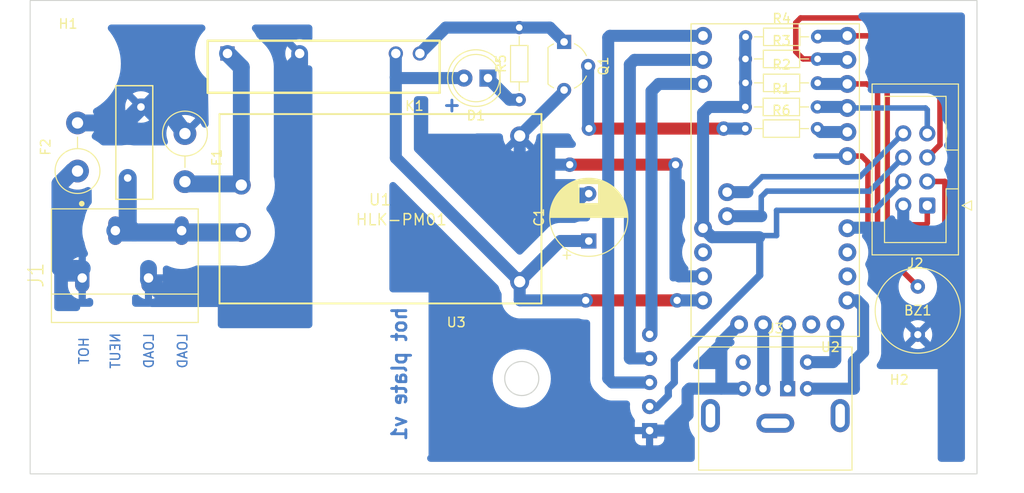
<source format=kicad_pcb>
(kicad_pcb (version 20211014) (generator pcbnew)
  (layers (0 "F.Cu" signal) (31 "B.Cu" signal) (34 "B.Paste" user) (35 "F.Paste" user) (36 "B.SilkS" user "B.Silkscreen") (37 "F.SilkS" user "F.Silkscreen") (38 "B.Mask" user) (39 "F.Mask" user) (44 "Edge.Cuts" user))
  (net 0 "")
  (net 1 "+5V")
  (net 2 "GND")
  (net 3 "+3V3")
  (net 4 "SDA")
  (net 5 "SLC")
  (net 6 "BUTTON_TIMER")
  (net 7 "BUTTON_DOWN")
  (net 8 "BUTTON_UP")
  (net 9 "AC_HOT")
  (net 10 "Net-(U2-Pad10)")
  (net 11 "Net-(U2-Pad11)")
  (net 12 "Net-(U2-Pad12)")
  (net 14 "LOAD_HOT")
  (net 15 "AC_NEUTRAL")
  (net 16 "Net-(F1-Pad2)")
  (net 17 "AC_FUSED")
  (net 18 "DTR")
  (net 19 "TXO")
  (net 20 "RXI")
  (net 22 "Net-(R6-Pad2)")
  (net 23 "BUTTON_X")
  (net 24 "Net-(D1-Pad1)")
  (net 25 "Net-(K1-Pad4)")
  (net 26 "Net-(Q1-Pad2)")
  (net 27 "Net-(BZ1-Pad1)")
  (footprint "Resistor_THT:R_Axial_DIN0204_L3.6mm_D1.6mm_P7.62mm_Horizontal" (layer "F.Cu") (at 176.551545 60.703776)
    (fp_text reference "R2" (at 3.81 -1.92) (layer "F.SilkS"))
    (fp_text value "10k")
    (pad "1" thru_hole circle locked (at 0 0) (size 1.4 1.4) (drill 0.7) (layers *.Cu *.Mask) (net 3 "+3V3"))
    (pad "2" thru_hole oval locked (at 7.62 0) (size 1.4 1.4) (drill 0.7) (layers *.Cu *.Mask) (net 7 "BUTTON_DOWN"))
  )
  (footprint "!my-kicad-library:RELAY_G3MB-202P" (layer "F.Cu") (at 132 59 180)
    (fp_text reference "K1" (at -9.583625 -4.138735) (layer "F.SilkS") (effects (font (size 1.000906 1.000906))))
    (fp_text value "G3MB-202P")
    (pad "1" thru_hole rect (at 10.16 1.4 180) (size 1.508 1.508) (drill 1) (layers *.Cu *.Mask) (net 17 "AC_FUSED"))
    (pad "2" thru_hole circle (at 2.54 1.4 180) (size 1.508 1.508) (drill 1) (layers *.Cu *.Mask) (net 14 "LOAD_HOT"))
    (pad "3" thru_hole circle (at -7.62 1.4 180) (size 1.508 1.508) (drill 1) (layers *.Cu *.Mask) (net 1 "+5V"))
    (pad "4" thru_hole circle (at -10.16 1.4 180) (size 1.508 1.508) (drill 1) (layers *.Cu *.Mask) (net 25 "Net-(K1-Pad4)"))
  )
  (footprint "Connector_IDC:IDC-Header_2x04_P2.54mm_Vertical" (layer "F.Cu") (at 195.7525 73.656872 180)
    (fp_text reference "J2" (at 1.27 -6.1 180) (layer "F.SilkS"))
    (fp_text value "DISPLAY")
    (pad "1" thru_hole roundrect locked (at 0 0 180) (size 1.7 1.7) (drill 1) (layers *.Cu *.Mask) (roundrect_rratio 0.147059) (net 6 "BUTTON_TIMER"))
    (pad "2" thru_hole circle locked (at 2.54 0 180) (size 1.7 1.7) (drill 1) (layers *.Cu *.Mask) (net 2 "GND"))
    (pad "3" thru_hole circle locked (at 0 2.54 180) (size 1.7 1.7) (drill 1) (layers *.Cu *.Mask) (net 7 "BUTTON_DOWN"))
    (pad "4" thru_hole circle locked (at 2.54 2.54 180) (size 1.7 1.7) (drill 1) (layers *.Cu *.Mask) (net 3 "+3V3"))
    (pad "5" thru_hole circle locked (at 0 5.08 180) (size 1.7 1.7) (drill 1) (layers *.Cu *.Mask) (net 8 "BUTTON_UP"))
    (pad "6" thru_hole circle locked (at 2.54 5.08 180) (size 1.7 1.7) (drill 1) (layers *.Cu *.Mask) (net 5 "SLC"))
    (pad "7" thru_hole circle locked (at 0 7.62 180) (size 1.7 1.7) (drill 1) (layers *.Cu *.Mask) (net 23 "BUTTON_X"))
    (pad "8" thru_hole circle locked (at 2.54 7.62 180) (size 1.7 1.7) (drill 1) (layers *.Cu *.Mask) (net 4 "SDA"))
  )
  (footprint "Resistor_THT:R_Axial_DIN0204_L3.6mm_D1.6mm_P7.62mm_Horizontal" (layer "F.Cu") (at 176.53 63.246)
    (fp_text reference "R1" (at 3.81 -1.92) (layer "F.SilkS"))
    (fp_text value "10k")
    (pad "1" thru_hole circle locked (at 0 0) (size 1.4 1.4) (drill 0.7) (layers *.Cu *.Mask) (net 3 "+3V3"))
    (pad "2" thru_hole oval locked (at 7.62 0) (size 1.4 1.4) (drill 0.7) (layers *.Cu *.Mask) (net 23 "BUTTON_X"))
  )
  (footprint "Resistor_THT:R_Axial_DIN0414_L11.9mm_D4.5mm_P5.08mm_Vertical" (layer "F.Cu") (at 117.348 66.057 -90)
    (fp_text reference "F1" (at 2.54 -3.37 90) (layer "F.SilkS"))
    (fp_text value "Temp Fuse 85C")
    (pad "1" thru_hole circle locked (at 0 0 270) (size 2.4 2.4) (drill 1.2) (layers *.Cu *.Mask) (net 17 "AC_FUSED"))
    (pad "2" thru_hole oval locked (at 5.08 0 270) (size 2.4 2.4) (drill 1.2) (layers *.Cu *.Mask) (net 16 "Net-(F1-Pad2)"))
  )
  (footprint "Resistor_THT:R_Axial_DIN0204_L3.6mm_D1.6mm_P7.62mm_Horizontal" (layer "F.Cu") (at 176.544363 58.175914)
    (fp_text reference "R3" (at 3.81 -1.92) (layer "F.SilkS"))
    (fp_text value "10k")
    (pad "1" thru_hole circle locked (at 0 0) (size 1.4 1.4) (drill 0.7) (layers *.Cu *.Mask) (net 3 "+3V3"))
    (pad "2" thru_hole oval locked (at 7.62 0) (size 1.4 1.4) (drill 0.7) (layers *.Cu *.Mask) (net 8 "BUTTON_UP"))
  )
  (footprint "LED_THT:LED_D5.0mm" (layer "F.Cu") (at 149.352 60.198 180)
    (fp_text reference "D1" (at 1.27 -3.96) (layer "F.SilkS"))
    (fp_text value "LED")
    (pad "1" thru_hole rect locked (at 0 0 180) (size 1.8 1.8) (drill 0.9) (layers *.Cu *.Mask) (net 24 "Net-(D1-Pad1)"))
    (pad "2" thru_hole circle locked (at 2.54 0 180) (size 1.8 1.8) (drill 0.9) (layers *.Cu *.Mask) (net 1 "+5V"))
  )
  (footprint "Resistor_THT:R_Axial_DIN0414_L11.9mm_D4.5mm_P5.08mm_Vertical" (layer "F.Cu") (at 106 70.015 90)
    (fp_text reference "F2" (at 2.54 -3.37 90) (layer "F.SilkS"))
    (fp_text value "Fuse 2A")
    (pad "1" thru_hole circle locked (at 0 0 90) (size 2.4 2.4) (drill 1.2) (layers *.Cu *.Mask) (net 9 "AC_HOT"))
    (pad "2" thru_hole oval locked (at 5.08 0 90) (size 2.4 2.4) (drill 1.2) (layers *.Cu *.Mask) (net 17 "AC_FUSED"))
  )
  (footprint "!my-kicad-library:Thermocouple module" (layer "F.Cu") (at 153 92)
    (fp_text reference "U3" (at -7 -6) (layer "F.SilkS"))
    (fp_text value "MAX6675")
    (fp_circle (center -0.079632 -0.072661) (end 1.720368 -0.072661) (layer "Edge.Cuts") (width 0.12) (fill none))
    (pad "1" thru_hole rect (at 13.420368 5.427339 180) (size 1.6 1.6) (drill 0.8) (layers *.Cu *.Mask) (net 2 "GND"))
    (pad "2" thru_hole oval (at 13.420368 2.887339 180) (size 1.6 1.6) (drill 0.8) (layers *.Cu *.Mask) (net 3 "+3V3"))
    (pad "3" thru_hole oval (at 13.420368 0.347339 180) (size 1.6 1.6) (drill 0.8) (layers *.Cu *.Mask) (net 10 "Net-(U2-Pad10)"))
    (pad "4" thru_hole oval (at 13.420368 -2.192661 180) (size 1.6 1.6) (drill 0.8) (layers *.Cu *.Mask) (net 11 "Net-(U2-Pad11)"))
    (pad "5" thru_hole oval (at 13.420368 -4.732661 180) (size 1.6 1.6) (drill 0.8) (layers *.Cu *.Mask) (net 12 "Net-(U2-Pad12)"))
  )
  (footprint "Varistor:RV_Disc_D12mm_W3.9mm_P7.5mm" (layer "F.Cu") (at 112.7 63.25 -90)
    (fp_text reference "RV1" hide)
    (fp_text value "10D391K")
    (pad "1" thru_hole circle locked (at 0 0 270) (size 1.8 1.8) (drill 0.8) (layers *.Cu *.Mask) (net 17 "AC_FUSED"))
    (pad "2" thru_hole circle locked (at 7.5 1.4 270) (size 1.8 1.8) (drill 0.8) (layers *.Cu *.Mask) (net 15 "AC_NEUTRAL"))
  )
  (footprint "Resistor_THT:R_Axial_DIN0204_L3.6mm_D1.6mm_P7.62mm_Horizontal" (layer "F.Cu") (at 152.654 62.484 90)
    (fp_text reference "R5" (at 3.81 -1.92 90) (layer "F.SilkS"))
    (fp_text value "1k")
    (pad "1" thru_hole circle locked (at 0 0 90) (size 1.4 1.4) (drill 0.7) (layers *.Cu *.Mask) (net 24 "Net-(D1-Pad1)"))
    (pad "2" thru_hole oval locked (at 7.62 0 90) (size 1.4 1.4) (drill 0.7) (layers *.Cu *.Mask) (net 25 "Net-(K1-Pad4)"))
  )
  (footprint "MountingHole:MountingHole_3.2mm_M3" (layer "F.Cu") (at 192.786 96.266)
    (fp_text reference "H2" (at 0 -4.2) (layer "F.SilkS"))
    (fp_text value "MountingHole" hide)
    (pad "" np_thru_hole circle locked (at 0 0) (size 3.2 3.2) (drill 3.2) (layers *.Cu *.Mask))
  )
  (footprint "Capacitor_THT:CP_Radial_D8.0mm_P5.00mm" (layer "F.Cu") (at 160 77.402651 90)
    (fp_text reference "C1" (at 2.5 -5.25 90) (layer "F.SilkS"))
    (fp_text value "220uF")
    (pad "1" thru_hole rect locked (at 0 0 90) (size 1.6 1.6) (drill 0.8) (layers *.Cu *.Mask) (net 1 "+5V"))
    (pad "2" thru_hole circle locked (at 5 0 90) (size 1.6 1.6) (drill 0.8) (layers *.Cu *.Mask) (net 2 "GND"))
  )
  (footprint "!my-kicad-library:Buzzer-GT-0905A" (layer "F.Cu") (at 194.75 84.75)
    (fp_text reference "BZ1" (at 0 0) (layer "F.SilkS"))
    (fp_text value "Buzzer")
    (pad "1" thru_hole circle (at 0 -2.54) (size 1.524 1.524) (drill 0.762) (layers *.Cu *.Mask) (net 27 "Net-(BZ1-Pad1)"))
    (pad "2" thru_hole circle (at 0 2.54) (size 1.524 1.524) (drill 0.762) (layers *.Cu *.Mask) (net 2 "GND"))
  )
  (footprint "Resistor_THT:R_Axial_DIN0204_L3.6mm_D1.6mm_P7.62mm_Horizontal" (layer "F.Cu") (at 176.562397 55.838498)
    (fp_text reference "R4" (at 3.81 -1.92) (layer "F.SilkS"))
    (fp_text value "10k")
    (pad "1" thru_hole circle locked (at 0 0) (size 1.4 1.4) (drill 0.7) (layers *.Cu *.Mask) (net 3 "+3V3"))
    (pad "2" thru_hole oval locked (at 7.62 0) (size 1.4 1.4) (drill 0.7) (layers *.Cu *.Mask) (net 6 "BUTTON_TIMER"))
  )
  (footprint "!my-kicad-library:ARDUINO_PRO_MINI" (layer "F.Cu") (at 179.69 70.975 180)
    (fp_text reference "U2" (at -5.825 -17.635) (layer "F.SilkS"))
    (fp_text value "Arduino_pro_mini" hide)
    (pad "4" thru_hole circle (at -7.619989 2.540009 180) (size 1.8796 1.8796) (drill 1.016) (layers *.Cu *.Mask) (net 27 "Net-(BZ1-Pad1)"))
    (pad "5" thru_hole circle (at -7.619989 5.080009 180) (size 1.8796 1.8796) (drill 1.016) (layers *.Cu *.Mask) (net 22 "Net-(R6-Pad2)"))
    (pad "6" thru_hole circle (at -7.62 7.62 180) (size 1.8796 1.8796) (drill 1.016) (layers *.Cu *.Mask) (net 23 "BUTTON_X"))
    (pad "7" thru_hole circle (at -7.62 10.16 180) (size 1.8796 1.8796) (drill 1.016) (layers *.Cu *.Mask) (net 7 "BUTTON_DOWN"))
    (pad "8" thru_hole circle (at -7.62 12.7 180) (size 1.8796 1.8796) (drill 1.016) (layers *.Cu *.Mask) (net 8 "BUTTON_UP"))
    (pad "9" thru_hole circle (at -7.62 15.24 180) (size 1.8796 1.8796) (drill 1.016) (layers *.Cu *.Mask) (net 6 "BUTTON_TIMER"))
    (pad "10" thru_hole circle (at 7.62 15.24 180) (size 1.8796 1.8796) (drill 1.016) (layers *.Cu *.Mask) (net 10 "Net-(U2-Pad10)"))
    (pad "11" thru_hole circle (at 7.62 12.7 180) (size 1.8796 1.8796) (drill 1.016) (layers *.Cu *.Mask) (net 11 "Net-(U2-Pad11)"))
    (pad "12" thru_hole circle (at 7.62 10.16 180) (size 1.8796 1.8796) (drill 1.016) (layers *.Cu *.Mask) (net 12 "Net-(U2-Pad12)"))
    (pad "A4" thru_hole circle (at 5.08 -1.27 180) (size 1.8796 1.8796) (drill 1.016) (layers *.Cu *.Mask) (net 4 "SDA"))
    (pad "A5" thru_hole circle (at 5.08 -3.81 180) (size 1.8796 1.8796) (drill 1.016) (layers *.Cu *.Mask) (net 5 "SLC"))
    (pad "DTR" thru_hole circle (at -6.35 -15.24 180) (size 1.8796 1.8796) (drill 1.016) (layers *.Cu *.Mask) (net 18 "DTR"))
    (pad "GND" thru_hole circle (at 3.81 -15.24 180) (size 1.8796 1.8796) (drill 1.016) (layers *.Cu *.Mask) (net 2 "GND"))
    (pad "GND" thru_hole circle (at 7.62 -10.16 180) (size 1.8796 1.8796) (drill 1.016) (layers *.Cu *.Mask) (net 2 "GND"))
    (pad "GND" thru_hole circle (at -7.62 -5.08 180) (size 1.8796 1.8796) (drill 1.016) (layers *.Cu *.Mask) (net 2 "GND"))
    (pad "RAW" thru_hole circle (at 7.62 -12.7 180) (size 1.8796 1.8796) (drill 1.016) (layers *.Cu *.Mask) (net 1 "+5V"))
    (pad "RST" thru_hole circle (at 7.62 -7.62 180) (size 1.8796 1.8796) (drill 1.016) (layers *.Cu *.Mask))
    (pad "RST" thru_hole circle (at -7.62 -7.62 180) (size 1.8796 1.8796) (drill 1.016) (layers *.Cu *.Mask))
    (pad "RXI" thru_hole circle (at -7.62 -10.16 180) (size 1.8796 1.8796) (drill 1.016) (layers *.Cu *.Mask) (net 20 "RXI"))
    (pad "RXI" thru_hole circle (at -1.27 -15.24 180) (size 1.8796 1.8796) (drill 1.016) (layers *.Cu *.Mask) (net 20 "RXI"))
    (pad "TXO" thru_hole circle (at -3.81 -15.24 180) (size 1.8796 1.8796) (drill 1.016) (layers *.Cu *.Mask) (net 19 "TXO"))
    (pad "TXO" thru_hole circle (at -7.62 -12.7 180) (size 1.8796 1.8796) (drill 1.016) (layers *.Cu *.Mask) (net 19 "TXO"))
    (pad "VCC" thru_hole circle (at 1.27 -15.24 180) (size 1.8796 1.8796) (drill 1.016) (layers *.Cu *.Mask) (net 3 "+3V3"))
    (pad "VCC" thru_hole circle (at 7.62 -5.08 180) (size 1.8796 1.8796) (drill 1.016) (layers *.Cu *.Mask) (net 3 "+3V3"))
  )
  (footprint "Package_TO_SOT_THT:TO-92L_Wide" (layer "F.Cu") (at 157.392 56.378 -90)
    (fp_text reference "Q1" (at 2.55 -4.15 90) (layer "F.SilkS"))
    (fp_text value "2N2222A")
    (pad "1" thru_hole rect locked (at 0 0 270) (size 1.5 1.5) (drill 0.8) (layers *.Cu *.Mask) (net 25 "Net-(K1-Pad4)"))
    (pad "2" thru_hole circle locked (at 2.54 -2.54 270) (size 1.5 1.5) (drill 0.8) (layers *.Cu *.Mask) (net 26 "Net-(Q1-Pad2)"))
    (pad "3" thru_hole circle locked (at 5.08 0 270) (size 1.5 1.5) (drill 0.8) (layers *.Cu *.Mask) (net 2 "GND"))
  )
  (footprint "!my-kicad-library:HLK-PM01" (layer "F.Cu") (at 138 74)
    (fp_text reference "U1" (at -0.05 -0.95) (layer "F.SilkS") (effects (font (size 1.181102 1.181102))))
    (fp_text value "HLK-PM01" (at 2.2 1.15) (layer "F.SilkS") (effects (font (size 1.181102 1.181102))))
    (pad "1" thru_hole circle (at -14.7 -2.5) (size 2 2) (drill 1.2) (layers *.Cu *.Mask) (net 16 "Net-(F1-Pad2)"))
    (pad "2" thru_hole circle (at -14.7 2.5) (size 2 2) (drill 1.2) (layers *.Cu *.Mask) (net 15 "AC_NEUTRAL"))
    (pad "3" thru_hole circle (at 14.7 -7.7) (size 2 2) (drill 1.2) (layers *.Cu *.Mask) (net 2 "GND"))
    (pad "4" thru_hole circle (at 14.7 7.7) (size 2 2) (drill 1.2) (layers *.Cu *.Mask) (net 1 "+5V"))
  )
  (footprint "Resistor_THT:R_Axial_DIN0204_L3.6mm_D1.6mm_P7.62mm_Horizontal" (layer "F.Cu") (at 176.53 65.532)
    (fp_text reference "R6" (at 3.81 -1.92) (layer "F.SilkS"))
    (fp_text value "1k")
    (pad "1" thru_hole circle locked (at 0 0) (size 1.4 1.4) (drill 0.7) (layers *.Cu *.Mask) (net 26 "Net-(Q1-Pad2)"))
    (pad "2" thru_hole oval locked (at 7.62 0) (size 1.4 1.4) (drill 0.7) (layers *.Cu *.Mask) (net 22 "Net-(R6-Pad2)"))
  )
  (footprint "MountingHole:MountingHole_3.2mm_M3" (layer "F.Cu") (at 105 58.674)
    (fp_text reference "H1" (at 0 -4.2) (layer "F.SilkS"))
    (fp_text value "MountingHole" hide)
    (pad "" np_thru_hole circle locked (at 0 0) (size 3.2 3.2) (drill 3.2) (layers *.Cu *.Mask))
  )
  (footprint "!my-kicad-library:WAGO_250-204_4_terminalblock" (layer "F.Cu") (at 110.998 80.01 90)
    (fp_text reference "J1" (at -1.002655 -9.385625 90) (layer "F.SilkS") (effects (font (size 1.580732 1.580732))))
    (fp_text value "LINE/LOAD")
    (pad "1" thru_hole oval (at -1.3 -4.5 90) (size 3.016 1.508) (drill 1) (layers *.Cu *.Mask) (net 9 "AC_HOT"))
    (pad "2" thru_hole oval (at 3.7 -1 90) (size 3.016 1.508) (drill 1) (layers *.Cu *.Mask) (net 15 "AC_NEUTRAL"))
    (pad "3" thru_hole oval (at -1.3 2.5 90) (size 3.016 1.508) (drill 1) (layers *.Cu *.Mask) (net 14 "LOAD_HOT"))
    (pad "4" thru_hole oval (at 3.7 6 90) (size 3.016 1.508) (drill 1) (layers *.Cu *.Mask) (net 15 "AC_NEUTRAL"))
  )
  (footprint "!my-kicad-library:Connector_Mini-DIN_Female_6Pin_2rows" (layer "F.Cu") (at 181 93)
    (fp_text reference "J3" (at -1.27 -6.35) (layer "F.SilkS"))
    (fp_text value "PROG")
    (pad "" thru_hole oval (at 5.55 2.85) (size 2 3.5) (drill oval 1 2.5) (layers *.Cu *.Mask))
    (pad "" thru_hole oval (at -8.15 2.85) (size 2 3.5) (drill oval 1 2.5) (layers *.Cu *.Mask))
    (pad "1" thru_hole circle (at -4.7 -2.8) (size 1.6 1.6) (drill 0.8) (layers *.Cu *.Mask))
    (pad "2" thru_hole circle (at -4.7 0) (size 1.6 1.6) (drill 0.8) (layers *.Cu *.Mask) (net 2 "GND"))
    (pad "3" thru_hole circle (at -2.6 0) (size 1.6 1.6) (drill 0.8) (layers *.Cu *.Mask) (net 3 "+3V3"))
    (pad "4" thru_hole rect (at 0 0) (size 1.6 1.6) (drill 0.8) (layers *.Cu *.Mask) (net 20 "RXI"))
    (pad "5" thru_hole circle (at 2.1 0) (size 1.6 1.6) (drill 0.8) (layers *.Cu *.Mask) (net 19 "TXO"))
    (pad "6" thru_hole circle (at 2.1 -2.8) (size 1.6 1.6) (drill 0.8) (layers *.Cu *.Mask) (net 18 "DTR"))
    (pad "7" thru_hole oval (at -1.3 3.65) (size 4 2) (drill oval 3 1) (layers *.Cu *.Mask))
  )
  (gr_rect (start 101 52) (end 201 102) (layer "Edge.Cuts") (width 0.1) (fill none))
  (gr_text "HOT" (at 106.68 89 90) (layer "B.Cu") (effects (font (size 1 1)) (justify mirror)))
  (gr_text "LOAD" (at 113.538 89 90) (layer "B.Cu") (effects (font (size 1 1)) (justify mirror)))
  (gr_text "NEUT" (at 110 89 90) (layer "B.Cu") (effects (font (size 1 1)) (justify mirror)))
  (gr_text "+" (at 145.542 62.992) (layer "B.Cu") (effects (font (size 1.5 1.5) (thickness 0.3)) (justify mirror)))
  (gr_text "hot plate v1" (at 140 91.44 90) (layer "B.Cu") (effects (font (size 1.5 1.5) (thickness 0.3)) (justify mirror)))
  (gr_text "LOAD" (at 117.094 89 90) (layer "B.Cu") (effects (font (size 1 1)) (justify mirror)))
  (segment (start 169.325011 83.674991) (end 159.674991 83.674991) (width 1.27) (layer "F.Cu") (net 1))
  (via (at 169.325011 83.674991) (size 1.524) (drill 0.762) (layers "F.Cu" "B.Cu") (net 1))
  (via (at 159.674992 83.674991) (size 1.524) (drill 0.762) (layers "F.Cu" "B.Cu") (net 1))
  (segment (start 152.762991 83.674991) (end 159.674992 83.674991) (width 1.27) (layer "B.Cu") (net 1))
  (segment (start 169.325011 83.674991) (end 172.069991 83.674991) (width 1.27) (layer "B.Cu") (net 1))
  (segment (start 152.7 81.7) (end 152.7 83.612) (width 1.27) (layer "B.Cu") (net 1))
  (segment (start 152.7 81.7) (end 156.997349 77.402651) (width 1.27) (layer "B.Cu") (net 1))
  (segment (start 139.7 60.198) (end 139.62 60.118) (width 1.27) (layer "B.Cu") (net 1))
  (segment (start 139.62 68.62) (end 139.62 60.118) (width 1.27) (layer "B.Cu") (net 1))
  (segment (start 146.812 60.198) (end 139.7 60.198) (width 1.27) (layer "B.Cu") (net 1))
  (segment (start 156.997349 77.402651) (end 160 77.402651) (width 1.27) (layer "B.Cu") (net 1))
  (segment (start 172.069991 83.674991) (end 172.07 83.675) (width 1.27) (layer "B.Cu") (net 1))
  (segment (start 139.62 60.118) (end 139.62 57.6) (width 1.27) (layer "B.Cu") (net 1))
  (segment (start 152.7 81.7) (end 139.62 68.62) (width 1.27) (layer "B.Cu") (net 1))
  (segment (start 152.7 83.612) (end 152.762991 83.674991) (width 1.27) (layer "B.Cu") (net 1))
  (segment (start 157.988 69.342) (end 169.164 69.342) (width 1.27) (layer "F.Cu") (net 2))
  (via (at 157.988 69.342) (size 1.524) (drill 0.762) (layers "F.Cu" "B.Cu") (net 2))
  (via (at 169.164 69.342) (size 1.524) (drill 0.762) (layers "F.Cu" "B.Cu") (net 2))
  (segment (start 152.920651 72.402651) (end 152.7 72.182) (width 1.27) (layer "B.Cu") (net 2))
  (segment (start 170.652 93) (end 170.434 93.218) (width 1.27) (layer "B.Cu") (net 2))
  (segment (start 168.764661 97.427339) (end 166.420368 97.427339) (width 1.27) (layer "B.Cu") (net 2))
  (segment (start 176.3 93) (end 170.652 93) (width 1.27) (layer "B.Cu") (net 2))
  (segment (start 174 93) (end 174 88) (width 1.27) (layer "B.Cu") (net 2))
  (segment (start 153.162 69.342) (end 152.7 69.804) (width 1.27) (layer "B.Cu") (net 2))
  (segment (start 160 72.402651) (end 152.920651 72.402651) (width 1.27) (layer "B.Cu") (net 2))
  (segment (start 176.3 93) (end 174 93) (width 0.762) (layer "B.Cu") (net 2))
  (segment (start 170.434 93.218) (end 170.434 95.758) (width 1.27) (layer "B.Cu") (net 2))
  (segment (start 157.988 69.342) (end 153.162 69.342) (width 1.27) (layer "B.Cu") (net 2))
  (segment (start 169.164 69.342) (end 169.164 80.772) (width 1.27) (layer "B.Cu") (net 2))
  (segment (start 152.7 69.804) (end 152.7 72.182) (width 1.27) (layer "B.Cu") (net 2))
  (segment (start 169.164 80.772) (end 169.527 81.135) (width 1.27) (layer "B.Cu") (net 2))
  (segment (start 174.095 88) (end 175.88 86.215) (width 1.27) (layer "B.Cu") (net 2))
  (segment (start 174 88) (end 174.095 88) (width 0.762) (layer "B.Cu") (net 2))
  (segment (start 187.365 76) (end 187.31 76.055) (width 1.27) (layer "B.Cu") (net 2))
  (segment (start 170.434 95.758) (end 168.764661 97.427339) (width 1.27) (layer "B.Cu") (net 2))
  (segment (start 169.527 81.135) (end 172.07 81.135) (width 1.27) (layer "B.Cu") (net 2))
  (segment (start 157.392 61.458) (end 157.392 61.608) (width 1.27) (layer "B.Cu") (net 2))
  (segment (start 193 76) (end 193.2125 75.7875) (width 1.27) (layer "B.Cu") (net 2))
  (segment (start 193 76) (end 187.365 76) (width 1.27) (layer "B.Cu") (net 2))
  (segment (start 193.2125 75.7875) (end 193.2125 73.656872) (width 1.27) (layer "B.Cu") (net 2))
  (segment (start 157.392 61.608) (end 152.7 66.3) (width 1.27) (layer "B.Cu") (net 2))
  (segment (start 152.7 66.3) (end 152.7 69.804) (width 1.27) (layer "B.Cu") (net 2))
  (segment (start 167.132 94.996) (end 166.529029 94.996) (width 0.762) (layer "B.Cu") (net 3))
  (segment (start 172.07 76.055) (end 172.07 63.896) (width 1.27) (layer "B.Cu") (net 3))
  (segment (start 169.037 92.329) (end 168.402 92.964) (width 0.762) (layer "B.Cu") (net 3))
  (segment (start 178.054 81.026) (end 169.037 90.043) (width 0.762) (layer "B.Cu") (net 3))
  (segment (start 176.53 63.246) (end 176.53 55.870895) (width 1.27) (layer "B.Cu") (net 3))
  (segment (start 169.037 90.043) (end 169.037 92.329) (width 0.762) (layer "B.Cu") (net 3))
  (segment (start 193.2125 71.116872) (end 190.161372 74.168) (width 0.5842) (layer "B.Cu") (net 3))
  (segment (start 178.419989 86.214991) (end 178.419989 92.980002) (width 1.27) (layer "B.Cu") (net 3))
  (segment (start 168.402 93.726) (end 167.132 94.996) (width 0.762) (layer "B.Cu") (net 3))
  (segment (start 166.529029 94.996) (end 166.420368 94.887339) (width 0.762) (layer "B.Cu") (net 3))
  (segment (start 179.832 74.168) (end 179.832 76.832) (width 0.5842) (layer "B.Cu") (net 3))
  (segment (start 172.07 63.896) (end 172.72 63.246) (width 1.27) (layer "B.Cu") (net 3))
  (segment (start 178.054 77.054) (end 178.054 81.026) (width 0.762) (layer "B.Cu") (net 3))
  (segment (start 168.402 92.964) (end 168.402 93.726) (width 0.762) (layer "B.Cu") (net 3))
  (segment (start 179.832 76.832) (end 178.168 76.832) (width 0.5842) (layer "B.Cu") (net 3))
  (segment (start 172.07 76.055) (end 173.015 77) (width 1.27) (layer "B.Cu") (net 3))
  (segment (start 176.53 55.870895) (end 176.562397 55.838498) (width 1.27) (layer "B.Cu") (net 3))
  (segment (start 190.161372 74.168) (end 179.832 74.168) (width 0.5842) (layer "B.Cu") (net 3))
  (segment (start 178.168 76.832) (end 178 77) (width 0.5842) (layer "B.Cu") (net 3))
  (segment (start 178 77) (end 178.054 77.054) (width 0.762) (layer "B.Cu") (net 3))
  (segment (start 172.72 63.246) (end 176.53 63.246) (width 1.27) (layer "B.Cu") (net 3))
  (segment (start 178.42 92.98) (end 178.4 93) (width 0.762) (layer "B.Cu") (net 3))
  (segment (start 173.015 77) (end 178 77) (width 1.27) (layer "B.Cu") (net 3))
  (segment (start 174.61 72.245) (end 176.755 72.245) (width 1.27) (layer "B.Cu") (net 4))
  (segment (start 193.2125 66.036872) (end 188.637372 70.612) (width 0.5842) (layer "B.Cu") (net 4))
  (segment (start 178.308 70.612) (end 176.755 72.165) (width 0.5842) (layer "B.Cu") (net 4))
  (segment (start 188.637372 70.612) (end 178.308 70.612) (width 0.5842) (layer "B.Cu") (net 4))
  (segment (start 176.755 72.165) (end 176.755 72.245) (width 0.5842) (layer "B.Cu") (net 4))
  (segment (start 178.215 72.737) (end 178.215 74.785) (width 0.5842) (layer "B.Cu") (net 5))
  (segment (start 189.653372 72.136) (end 178.816 72.136) (width 0.5842) (layer "B.Cu") (net 5))
  (segment (start 193.2125 68.576872) (end 189.653372 72.136) (width 0.5842) (layer "B.Cu") (net 5))
  (segment (start 178.816 72.136) (end 178.215 72.737) (width 0.5842) (layer "B.Cu") (net 5))
  (segment (start 174.61 74.785) (end 178.215 74.785) (width 1.27) (layer "B.Cu") (net 5))
  (segment (start 195.58 75.692) (end 191.516 75.692) (width 0.5842) (layer "F.Cu") (net 6))
  (segment (start 191.516 75.692) (end 191.516 55.88) (width 0.5842) (layer "F.Cu") (net 6))
  (segment (start 195.7525 73.656872) (end 195.7525 75.5195) (width 0.5842) (layer "F.Cu") (net 6))
  (segment (start 191.371 55.735) (end 187.31 55.735) (width 0.5842) (layer "F.Cu") (net 6))
  (segment (start 191.516 55.88) (end 191.371 55.735) (width 0.5842) (layer "F.Cu") (net 6))
  (segment (start 195.7525 75.5195) (end 195.58 75.692) (width 0.5842) (layer "F.Cu") (net 6))
  (segment (start 184.200138 55.735) (end 184.09664 55.838498) (width 1.27) (layer "B.Cu") (net 6))
  (segment (start 187.31 55.735) (end 184.200138 55.735) (width 1.27) (layer "B.Cu") (net 6))
  (segment (start 187.299968 55.745032) (end 187.31 55.735) (width 1.27) (layer "B.Cu") (net 6))
  (segment (start 190.5 76.2) (end 190.5 61.468) (width 0.5842) (layer "F.Cu") (net 7))
  (segment (start 190.5 61.468) (end 189.339 60.815) (width 0.5842) (layer "F.Cu") (net 7))
  (segment (start 195.7525 71.116872) (end 197.608872 71.116872) (width 0.5842) (layer "F.Cu") (net 7))
  (segment (start 189.339 60.815) (end 187.31 60.815) (width 0.5842) (layer "F.Cu") (net 7))
  (segment (start 197.612 77.216) (end 191.008 77.216) (width 0.5842) (layer "F.Cu") (net 7))
  (segment (start 191.008 77.216) (end 190.5 76.2) (width 0.5842) (layer "F.Cu") (net 7))
  (segment (start 197.612 71.12) (end 197.612 77.216) (width 0.5842) (layer "F.Cu") (net 7))
  (segment (start 197.608872 71.116872) (end 197.612 71.12) (width 0.5842) (layer "F.Cu") (net 7))
  (segment (start 187.31 60.815) (end 184.197012 60.815) (width 1.27) (layer "B.Cu") (net 7))
  (segment (start 184.064361 60.815) (end 184.064243 60.815118) (width 1.27) (layer "B.Cu") (net 7))
  (segment (start 184.197012 60.815) (end 184.085788 60.703776) (width 1.27) (layer "B.Cu") (net 7))
  (segment (start 197.094111 67.235261) (end 197.094111 55.870111) (width 0.5842) (layer "F.Cu") (net 8))
  (segment (start 182.372 53.848) (end 181.864 54.356) (width 0.5842) (layer "F.Cu") (net 8))
  (segment (start 195.7525 68.576872) (end 197.094111 67.235261) (width 0.5842) (layer "F.Cu") (net 8))
  (segment (start 181.864 54.356) (end 181.864 57.404) (width 0.5842) (layer "F.Cu") (net 8))
  (segment (start 197.094111 55.870111) (end 195.072 53.848) (width 0.5842) (layer "F.Cu") (net 8))
  (segment (start 181.864 57.404) (end 182.635914 58.175914) (width 0.5842) (layer "F.Cu") (net 8))
  (segment (start 195.072 53.848) (end 182.372 53.848) (width 0.5842) (layer "F.Cu") (net 8))
  (segment (start 182.635914 58.175914) (end 184.164363 58.175914) (width 0.5842) (layer "F.Cu") (net 8))
  (segment (start 187.210914 58.175914) (end 187.31 58.275) (width 1.27) (layer "B.Cu") (net 8))
  (segment (start 184.078606 58.175914) (end 187.210914 58.175914) (width 1.27) (layer "B.Cu") (net 8))
  (segment (start 184.087894 58.275) (end 184.085788 58.272894) (width 1.27) (layer "B.Cu") (net 8))
  (segment (start 104.14 80.264) (end 104.14 71.374) (width 1.778) (layer "B.Cu") (net 9))
  (segment (start 104.14 71.374) (end 105.499 70.015) (width 1.778) (layer "B.Cu") (net 9))
  (segment (start 106.5 80.3) (end 104.14 80.264) (width 1.778) (layer "B.Cu") (net 9))
  (segment (start 105.499 70.015) (end 106 70.015) (width 1.778) (layer "B.Cu") (net 9))
  (segment (start 162.231 55.735) (end 162.052 55.914) (width 1.27) (layer "B.Cu") (net 10))
  (segment (start 162.052 55.914) (end 162.052 91.914) (width 1.27) (layer "B.Cu") (net 10))
  (segment (start 162.052 91.914) (end 162.485339 92.347339) (width 1.27) (layer "B.Cu") (net 10))
  (segment (start 162.485339 92.347339) (end 166.420368 92.347339) (width 1.27) (layer "B.Cu") (net 10))
  (segment (start 172.07 55.735) (end 162.231 55.735) (width 1.27) (layer "B.Cu") (net 10))
  (segment (start 164.359482 89.807339) (end 166.420368 89.807339) (width 1.27) (layer "B.Cu") (net 11))
  (segment (start 164.827143 58.275) (end 164.338 58.764143) (width 1.27) (layer "B.Cu") (net 11))
  (segment (start 172.07 58.275) (end 164.827143 58.275) (width 1.27) (layer "B.Cu") (net 11))
  (segment (start 164.338 58.764143) (end 164.338 89.785857) (width 1.27) (layer "B.Cu") (net 11))
  (segment (start 164.338 89.785857) (end 164.359482 89.807339) (width 1.27) (layer "B.Cu") (net 11))
  (segment (start 167.387147 60.815) (end 172.07 60.815) (width 1.27) (layer "B.Cu") (net 12))
  (segment (start 166.624 61.578147) (end 166.624 87.265853) (width 1.27) (layer "B.Cu") (net 12))
  (segment (start 166.624 61.578147) (end 167.387147 60.815) (width 1.27) (layer "B.Cu") (net 12))
  (segment (start 115.316 83.312) (end 125.688 83.312) (width 1.778) (layer "B.Cu") (net 14))
  (segment (start 113.5 80.3) (end 113.5 81.496) (width 1.778) (layer "B.Cu") (net 14))
  (segment (start 129.46 79.54) (end 129.46 57.6) (width 1.778) (layer "B.Cu") (net 14))
  (segment (start 125.688 83.312) (end 129.46 79.54) (width 1.778) (layer "B.Cu") (net 14))
  (segment (start 113.5 81.496) (end 115.316 83.312) (width 1.778) (layer "B.Cu") (net 14))
  (segment (start 111.968 76.5) (end 110.188 76.5) (width 1.905) (layer "B.Cu") (net 15))
  (segment (start 111.3 70.75) (end 111.3 75.832) (width 1.905) (layer "B.Cu") (net 15))
  (segment (start 123.3 76.5) (end 111.968 76.5) (width 1.905) (layer "B.Cu") (net 15))
  (segment (start 111.3 75.832) (end 111.968 76.5) (width 1.905) (layer "B.Cu") (net 15))
  (segment (start 110.188 76.5) (end 109.998 76.31) (width 1.905) (layer "B.Cu") (net 15))
  (segment (start 123.3 59.06) (end 121.84 57.6) (width 1.778) (layer "B.Cu") (net 16))
  (segment (start 117.348 71.374) (end 122.699 71.374) (width 1.778) (layer "B.Cu") (net 16))
  (segment (start 123.3 71.5) (end 123.3 59.06) (width 1.778) (layer "B.Cu") (net 16))
  (segment (start 111.087 64.863) (end 112.7 63.25) (width 1.778) (layer "B.Cu") (net 17))
  (segment (start 115.265 63.25) (end 117.348 66.057) (width 1.778) (layer "B.Cu") (net 17))
  (segment (start 106 64.935) (end 111.087 64.935) (width 1.778) (layer "B.Cu") (net 17))
  (segment (start 112.7 63.25) (end 115.265 63.25) (width 1.778) (layer "B.Cu") (net 17))
  (segment (start 111.087 64.935) (end 111.087 64.863) (width 1.778) (layer "B.Cu") (net 17))
  (segment (start 185.8 90.2) (end 186.04 89.96) (width 0.762) (layer "B.Cu") (net 18))
  (segment (start 183.099989 90.199997) (end 185.800009 90.199997) (width 1.27) (layer "B.Cu") (net 18))
  (segment (start 186.039989 89.959993) (end 186.039989 86.214991) (width 1.27) (layer "B.Cu") (net 18))
  (segment (start 188.323 83.675) (end 187.31 83.675) (width 1.27) (layer "B.Cu") (net 19))
  (segment (start 188.976 89.154) (end 188.976 84.328) (width 1.27) (layer "B.Cu") (net 19))
  (segment (start 188.000005 90.129995) (end 188.976 89.154) (width 1.27) (layer "B.Cu") (net 19))
  (segment (start 187.675 83.675) (end 187.31 83.675) (width 0.762) (layer "B.Cu") (net 19))
  (segment (start 188.976 84.328) (end 188.323 83.675) (width 1.27) (layer "B.Cu") (net 19))
  (segment (start 183.099989 92.999992) (end 188.000005 92.999992) (width 1.27) (layer "B.Cu") (net 19))
  (segment (start 188.000005 92.999992) (end 188.000005 90.129995) (width 1.27) (layer "B.Cu") (net 19))
  (segment (start 180.999994 92.999992) (end 180.999994 86.254996) (width 1.27) (layer "B.Cu") (net 20))
  (segment (start 181 86.255) (end 180.96 86.215) (width 0.762) (layer "B.Cu") (net 20))
  (segment (start 187.309989 65.894991) (end 184.512991 65.894991) (width 1.27) (layer "B.Cu") (net 22))
  (segment (start 184.512991 65.894991) (end 184.15 65.532) (width 1.27) (layer "B.Cu") (net 22))
  (segment (start 195.562 63.355) (end 187.31 63.355) (width 0.5842) (layer "B.Cu") (net 23))
  (segment (start 187.201 63.246) (end 187.31 63.355) (width 1.27) (layer "B.Cu") (net 23))
  (segment (start 195.7525 63.5455) (end 195.7525 66.036872) (width 0.5842) (layer "B.Cu") (net 23))
  (segment (start 184.064243 63.246) (end 187.201 63.246) (width 1.27) (layer "B.Cu") (net 23))
  (segment (start 195.562 63.355) (end 195.7525 63.5455) (width 0.5842) (layer "B.Cu") (net 23))
  (segment (start 152.654 62.484) (end 151.638 62.484) (width 1.27) (layer "B.Cu") (net 24))
  (segment (start 151.638 62.484) (end 149.352 60.198) (width 1.27) (layer "B.Cu") (net 24))
  (segment (start 144.896 54.864) (end 152.654 54.864) (width 1.27) (layer "B.Cu") (net 25))
  (segment (start 142.16 57.6) (end 144.896 54.864) (width 1.27) (layer "B.Cu") (net 25))
  (segment (start 152.654 54.864) (end 155.878 54.864) (width 1.27) (layer "B.Cu") (net 25))
  (segment (start 155.878 54.864) (end 157.392 56.378) (width 1.27) (layer "B.Cu") (net 25))
  (segment (start 174.244 65.532) (end 160.274 65.532) (width 1.27) (layer "F.Cu") (net 26))
  (via (at 174.244 65.532) (size 1.524) (drill 0.762) (layers "F.Cu" "B.Cu") (net 26))
  (via (at 160.02 65.532) (size 1.524) (drill 0.762) (layers "F.Cu" "B.Cu") (net 26))
  (segment (start 159.932 58.918) (end 159.932 65.444) (width 1.27) (layer "B.Cu") (net 26))
  (segment (start 176.53 65.532) (end 174.752 65.532) (width 1.27) (layer "B.Cu") (net 26))
  (segment (start 159.932 65.444) (end 160.02 65.532) (width 1.27) (layer "B.Cu") (net 26))
  (segment (start 189.484 69.088) (end 189.484 76.944) (width 0.5842) (layer "F.Cu") (net 27))
  (segment (start 187.309989 68.434991) (end 188.830991 68.434991) (width 0.5842) (layer "F.Cu") (net 27))
  (segment (start 188.830991 68.434991) (end 189.484 69.088) (width 0.5842) (layer "F.Cu") (net 27))
  (segment (start 189.484 76.944) (end 194.75 82.21) (width 0.5842) (layer "F.Cu") (net 27))
  (segment (start 184.005009 68.434991) (end 184 68.44) (width 0.5842) (layer "B.Cu") (net 27))
  (segment (start 187.309989 68.434991) (end 184.005009 68.434991) (width 0.5842) (layer "B.Cu") (net 27))
  (zone (net 2) (net_name "GND") (layer "B.Cu") (connect_pads thru_hole_only (clearance 1.27)) (min_thickness 0.762) (fill yes (thermal_gap 0.762) (thermal_bridge_width 0.762))
    (polygon (pts (xy 200.85 102.108) (xy 138.938 101.854) (xy 138.938 52.086) (xy 200.85 52.086)))
  )
  (zone (net 0) (net_name "") (layer "B.Cu") (connect_pads (clearance 0)) (min_thickness 0.254)
    (keepout (tracks allowed) (vias allowed) (pads allowed) (copperpour not_allowed) (footprints allowed))
    (fill (thermal_gap 0.508) (thermal_bridge_width 0.508))
    (polygon (pts (xy 110.579513 58.674) (xy 110.560492 58.220172) (xy 110.503562 57.769528) (xy 110.409123 57.325227) (xy 110.277838 56.890387) (xy 110.110626 56.468059) (xy 109.908661 56.061203) (xy 109.673359 55.672674) (xy 109.406372 55.305197) (xy 109.109571 54.96135) (xy 108.785039 54.643544) (xy 108.435051 54.35401) (xy 108.062064 54.094777) (xy 107.668692 53.867663) (xy 107.257696 53.674263) (xy 106.831958 53.515933) (xy 106.394464 53.393782) (xy 105.948283 53.308669) (xy 105.496545 53.261189) (xy 105.042419 53.251676) (xy 104.589089 53.280198) (xy 104.139735 53.346552) (xy 103.69751 53.450275) (xy 103.265515 53.590639) (xy 102.84678 53.766659) (xy 102.444244 53.9771) (xy 102.060728 54.220487) (xy 101.698923 54.495111) (xy 101.361367 54.799048) (xy 101.050427 55.130165) (xy 100.768286 55.486139) (xy 100.516921 55.864474) (xy 100.298096 56.262515) (xy 100.113345 56.677472) (xy 99.963965 57.106432) (xy 99.851004 57.546388) (xy 99.775253 57.994254) (xy 99.737244 58.446887) (xy 99.737244 58.901113) (xy 99.775253 59.353746) (xy 99.851004 59.801612) (xy 99.963965 60.241568) (xy 100.113345 60.670528) (xy 100.298096 61.085485) (xy 100.516921 61.483526) (xy 100.768286 61.861861) (xy 101.050427 62.217835) (xy 101.361367 62.548952) (xy 101.698923 62.852889) (xy 102.060728 63.127513) (xy 102.444243 63.3709) (xy 102.84678 63.581341) (xy 103.265515 63.757361) (xy 103.69751 63.897725) (xy 104.139735 64.001448) (xy 104.589089 64.067802) (xy 105.042419 64.096324) (xy 105.496545 64.086811) (xy 105.948283 64.039331) (xy 106.394464 63.954218) (xy 106.831958 63.832067) (xy 107.257696 63.673737) (xy 107.668692 63.480337) (xy 108.062064 63.253223) (xy 108.435051 62.99399) (xy 108.785039 62.704456) (xy 109.109571 62.38665) (xy 109.406372 62.042803) (xy 109.673359 61.675326) (xy 109.908661 61.286797) (xy 110.110626 60.879941) (xy 110.277838 60.457613) (xy 110.409123 60.022773) (xy 110.503562 59.578472) (xy 110.560492 59.127828)))
  )
  (zone (net 9) (net_name "AC_HOT") (layer "B.Cu") (connect_pads (clearance 2.54)) (min_thickness 0.762) (fill yes (thermal_gap 0.762) (thermal_bridge_width 0.762))
    (polygon (pts (xy 107.696352 86.385037) (xy 101.092 86.36) (xy 101.092 68.326) (xy 107.442352 68.351037)))
  )
  (zone (net 0) (net_name "") (layer "B.Cu") (connect_pads (clearance 0)) (min_thickness 0.254)
    (keepout (tracks allowed) (vias allowed) (pads allowed) (copperpour not_allowed) (footprints allowed))
    (fill (thermal_gap 0.508) (thermal_bridge_width 0.508))
    (polygon (pts (xy 196.85 101.854) (xy 171.196 101.854) (xy 171.196 90.932) (xy 196.85 90.932)))
  )
  (zone (net 0) (net_name "") (layer "B.Cu") (connect_pads thru_hole_only (clearance 0)) (min_thickness 0.762)
    (keepout (tracks allowed) (vias allowed) (pads allowed) (copperpour not_allowed) (footprints allowed))
    (fill (thermal_gap 0.762) (thermal_bridge_width 0.762))
    (polygon (pts (xy 170.688 70.866) (xy 167.64 70.866) (xy 167.64 67.564) (xy 170.688 67.564)))
  )
  (zone (net 17) (net_name "AC_FUSED") (layer "B.Cu") (connect_pads (clearance 2.54)) (min_thickness 0.762) (fill yes (thermal_gap 0.762) (thermal_bridge_width 0.762))
    (polygon (pts (xy 119.888 67.31) (xy 101.092 67.31) (xy 101.092 52.372) (xy 119.634 52.372)))
  )
  (zone (net 0) (net_name "") (layer "B.Cu") (connect_pads thru_hole_only (clearance 0)) (min_thickness 0.762)
    (keepout (tracks allowed) (vias allowed) (pads allowed) (copperpour not_allowed) (footprints allowed))
    (fill (thermal_gap 0.762) (thermal_bridge_width 0.762))
    (polygon (pts (xy 159.512 70.866) (xy 156.464 70.866) (xy 156.464 67.564) (xy 159.512 67.564)))
  )
  (zone (net 14) (net_name "LOAD_HOT") (layer "B.Cu") (connect_pads (clearance 2.54)) (min_thickness 0.762) (fill yes (thermal_gap 0.762) (thermal_bridge_width 0.762))
    (polygon (pts (xy 130.81 86.614) (xy 111.76 86.614) (xy 111.76 52.372) (xy 130.81 52.372)))
  )
  (zone (net 0) (net_name "") (layer "B.Cu") (name "ac/dc") (connect_pads (clearance 0)) (min_thickness 0.254)
    (keepout (tracks not_allowed) (vias not_allowed) (pads not_allowed) (copperpour not_allowed) (footprints allowed))
    (fill (thermal_gap 0.508) (thermal_bridge_width 0.508))
    (polygon (pts (xy 138 102) (xy 131 102) (xy 131 53) (xy 138 53)))
  )
  (zone (net 0) (net_name "") (layer "B.Cu") (connect_pads thru_hole_only (clearance 0)) (min_thickness 0.762)
    (keepout (tracks allowed) (vias allowed) (pads allowed) (copperpour not_allowed) (footprints allowed))
    (fill (thermal_gap 0.762) (thermal_bridge_width 0.762))
    (polygon (pts (xy 158.75 66.04) (xy 144.78 66.04) (xy 144.78 56.642) (xy 158.75 56.642)))
  )
)
</source>
